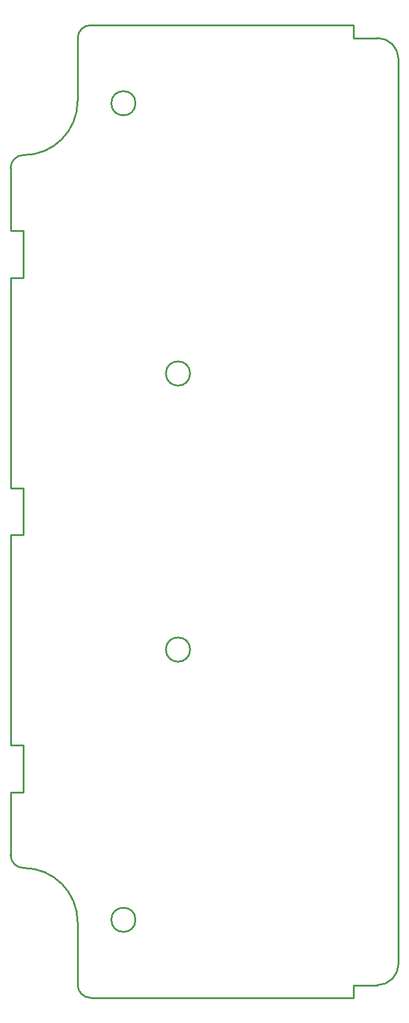
<source format=gbr>
%TF.GenerationSoftware,KiCad,Pcbnew,7.0.8*%
%TF.CreationDate,2024-04-29T16:50:17-06:00*%
%TF.ProjectId,GR-LRR-POWER-PCB-INPUT,47522d4c-5252-42d5-904f-5745522d5043,rev?*%
%TF.SameCoordinates,Original*%
%TF.FileFunction,Profile,NP*%
%FSLAX46Y46*%
G04 Gerber Fmt 4.6, Leading zero omitted, Abs format (unit mm)*
G04 Created by KiCad (PCBNEW 7.0.8) date 2024-04-29 16:50:17*
%MOMM*%
%LPD*%
G01*
G04 APERTURE LIST*
%TA.AperFunction,Profile*%
%ADD10C,0.250000*%
%TD*%
G04 APERTURE END LIST*
D10*
X43166682Y-132648016D02*
X41371905Y-132648016D01*
X52710652Y-23962105D02*
G75*
G03*
X50871505Y-25801248I-52J-1839095D01*
G01*
X50871505Y-25801248D02*
X50871505Y-34691248D01*
X50871505Y-151023248D02*
G75*
G03*
X43211052Y-143362795I-7660455J-2D01*
G01*
X43166682Y-59724616D02*
X41371905Y-59724616D01*
X43166682Y-96186316D02*
X41371905Y-96186316D01*
X59079702Y-150705748D02*
G75*
G03*
X59079702Y-150705748I-1714500J0D01*
G01*
X89945384Y-25756878D02*
X89945384Y-23962101D01*
X93371905Y-25756878D02*
X89945384Y-25756878D01*
X41371905Y-132648016D02*
X41371905Y-141523648D01*
X41371905Y-125989880D02*
X43166682Y-125989880D01*
X41371905Y-59724616D02*
X41371905Y-89528180D01*
X41371905Y-89528180D02*
X43166682Y-89528180D01*
X52710652Y-161752395D02*
X89945384Y-161752395D01*
X50871505Y-159913248D02*
G75*
G03*
X52710652Y-161752395I1839195J48D01*
G01*
X89945384Y-159957618D02*
X93371905Y-159957618D01*
X89945384Y-23962101D02*
X52710652Y-23962101D01*
X93371905Y-159957605D02*
G75*
G03*
X96371905Y-156957618I-5J3000005D01*
G01*
X43166682Y-89528180D02*
X43166682Y-96186316D01*
X43166682Y-53066480D02*
X43166682Y-59724616D01*
X41371905Y-53066480D02*
X43166682Y-53066480D01*
X43211052Y-42351705D02*
G75*
G03*
X41371905Y-44190848I-12J-1839135D01*
G01*
X43211052Y-42351705D02*
G75*
G03*
X50871505Y-34691248I-2J7660455D01*
G01*
X43166682Y-125989880D02*
X43166682Y-132648016D01*
X66820352Y-112415248D02*
G75*
G03*
X66820352Y-112415248I-1714500J0D01*
G01*
X50871505Y-151023248D02*
X50871505Y-159913248D01*
X41371905Y-96186316D02*
X41371905Y-125989880D01*
X66820352Y-73299248D02*
G75*
G03*
X66820352Y-73299248I-1714500J0D01*
G01*
X41371905Y-141523648D02*
G75*
G03*
X43211052Y-143362795I1839195J48D01*
G01*
X59079702Y-35008748D02*
G75*
G03*
X59079702Y-35008748I-1714500J0D01*
G01*
X96371905Y-28756878D02*
X96371905Y-156957618D01*
X96371922Y-28756878D02*
G75*
G03*
X93371905Y-25756878I-3000022J-22D01*
G01*
X89945384Y-161752395D02*
X89945384Y-159957618D01*
X41371905Y-44190848D02*
X41371905Y-53066480D01*
M02*

</source>
